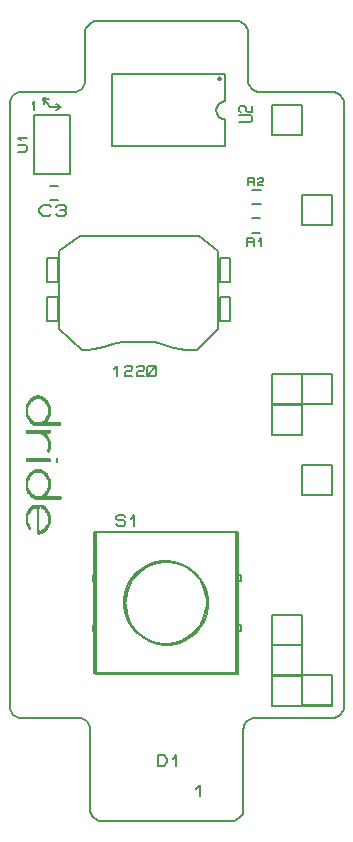
<source format=gbr>
G04 PROTEUS RS274X GERBER FILE*
%FSLAX45Y45*%
%MOMM*%
G01*
%ADD71C,0.203200*%
%ADD20C,0.063500*%
D71*
X+378100Y-1604050D02*
X+376987Y-1576165D01*
X+367955Y-1520394D01*
X+349130Y-1464623D01*
X+318613Y-1408852D01*
X+272106Y-1353130D01*
X+216335Y-1308978D01*
X+160564Y-1280085D01*
X+104793Y-1262556D01*
X+49022Y-1254676D01*
X+28100Y-1254050D01*
X-321900Y-1604050D02*
X-320787Y-1576165D01*
X-311755Y-1520394D01*
X-292930Y-1464623D01*
X-262413Y-1408852D01*
X-215906Y-1353130D01*
X-160135Y-1308978D01*
X-104364Y-1280085D01*
X-48593Y-1262556D01*
X+7178Y-1254676D01*
X+28100Y-1254050D01*
X-321900Y-1604050D02*
X-320787Y-1631935D01*
X-311755Y-1687706D01*
X-292930Y-1743477D01*
X-262413Y-1799248D01*
X-215906Y-1854970D01*
X-160135Y-1899122D01*
X-104364Y-1928015D01*
X-48593Y-1945544D01*
X+7178Y-1953424D01*
X+28100Y-1954050D01*
X+378100Y-1604050D02*
X+376987Y-1631935D01*
X+367955Y-1687706D01*
X+349130Y-1743477D01*
X+318613Y-1799248D01*
X+272106Y-1854970D01*
X+216335Y-1899122D01*
X+160564Y-1928015D01*
X+104793Y-1945544D01*
X+49022Y-1953424D01*
X+28100Y-1954050D01*
X-571900Y-2204050D02*
X+628100Y-2204050D01*
X-571900Y-1004050D02*
X-571900Y-2204050D01*
X+628100Y-2204050D02*
X+628100Y-1004050D01*
X-571900Y-1004050D01*
X+831340Y+1526580D02*
X+762760Y+1526580D01*
X+831340Y+1648500D02*
X+760220Y+1648500D01*
X+723031Y+1417040D02*
X+723031Y+1478000D01*
X+770656Y+1478000D01*
X+780181Y+1467840D01*
X+780181Y+1457680D01*
X+770656Y+1447520D01*
X+723031Y+1447520D01*
X+770656Y+1447520D02*
X+780181Y+1437360D01*
X+780181Y+1417040D01*
X+818281Y+1457680D02*
X+837331Y+1478000D01*
X+837331Y+1417040D01*
X+834240Y+1766580D02*
X+765660Y+1766580D01*
X+834240Y+1888500D02*
X+763120Y+1888500D01*
X+725021Y+1927640D02*
X+725021Y+1988600D01*
X+772646Y+1988600D01*
X+782171Y+1978440D01*
X+782171Y+1968280D01*
X+772646Y+1958120D01*
X+725021Y+1958120D01*
X+772646Y+1958120D02*
X+782171Y+1947960D01*
X+782171Y+1927640D01*
X+810746Y+1978440D02*
X+820271Y+1988600D01*
X+848846Y+1988600D01*
X+858371Y+1978440D01*
X+858371Y+1968280D01*
X+848846Y+1958120D01*
X+820271Y+1958120D01*
X+810746Y+1947960D01*
X+810746Y+1927640D01*
X+858371Y+1927640D01*
X+291950Y-3182360D02*
X+323700Y-3151880D01*
X+323700Y-3243320D01*
X+390800Y-1610945D02*
X+389687Y-1583060D01*
X+380655Y-1527289D01*
X+361830Y-1471518D01*
X+331313Y-1415747D01*
X+284806Y-1360025D01*
X+229035Y-1315873D01*
X+173264Y-1286980D01*
X+117493Y-1269451D01*
X+61722Y-1261571D01*
X+40800Y-1260945D01*
X-309200Y-1610945D02*
X-308087Y-1583060D01*
X-299055Y-1527289D01*
X-280230Y-1471518D01*
X-249713Y-1415747D01*
X-203206Y-1360025D01*
X-147435Y-1315873D01*
X-91664Y-1286980D01*
X-35893Y-1269451D01*
X+19878Y-1261571D01*
X+40800Y-1260945D01*
X-309200Y-1610945D02*
X-308087Y-1638830D01*
X-299055Y-1694601D01*
X-280230Y-1750372D01*
X-249713Y-1806143D01*
X-203206Y-1861865D01*
X-147435Y-1906017D01*
X-91664Y-1934910D01*
X-35893Y-1952439D01*
X+19878Y-1960319D01*
X+40800Y-1960945D01*
X+390800Y-1610945D02*
X+389687Y-1638830D01*
X+380655Y-1694601D01*
X+361830Y-1750372D01*
X+331313Y-1806143D01*
X+284806Y-1861865D01*
X+229035Y-1906017D01*
X+173264Y-1934910D01*
X+117493Y-1952439D01*
X+61722Y-1960319D01*
X+40800Y-1960945D01*
X-559200Y-2210945D02*
X+640800Y-2210945D01*
X+640800Y-1010945D01*
X-559200Y-1010945D02*
X-559200Y-2210945D01*
X+640800Y-1010945D02*
X-559200Y-1010945D01*
X-692300Y+1501400D02*
X+311000Y+1501400D01*
X-692300Y+1501400D02*
X-870100Y+1374400D01*
X+311000Y+1501400D02*
X+476100Y+1374400D01*
X-870100Y+1374400D02*
X-870100Y+714000D01*
X+476100Y+1374400D02*
X+476100Y+714000D01*
X-971700Y+1107700D02*
X-882800Y+1107700D01*
X-882800Y+1310900D01*
X-971700Y+1310900D01*
X-971700Y+1107700D01*
X-971700Y+777500D02*
X-882800Y+777500D01*
X-882800Y+980700D01*
X-971700Y+980700D01*
X-971700Y+777500D01*
X+488800Y+1107700D02*
X+577700Y+1107700D01*
X+577700Y+1310900D01*
X+488800Y+1310900D01*
X+488800Y+1107700D01*
X+488800Y+777500D02*
X+577700Y+777500D01*
X+577700Y+980700D01*
X+488800Y+980700D01*
X+488800Y+777500D01*
X+476100Y+714000D02*
X+298300Y+536200D01*
X-870100Y+714000D02*
X-679600Y+536200D01*
X-624822Y+534664D01*
X-575346Y+538643D01*
X-530223Y+546734D01*
X-488504Y+557532D01*
X-411486Y+581629D01*
X-336700Y+599700D01*
X+298300Y+536200D02*
X+246142Y+530952D01*
X+196551Y+533062D01*
X+149118Y+540735D01*
X+103434Y+552174D01*
X+15675Y+579174D01*
X-27218Y+591144D01*
X-70000Y+599700D01*
X-336700Y+599700D02*
X-70000Y+599700D01*
D20*
X-1154460Y-922147D02*
X-1154460Y-866267D01*
X-1154460Y-632587D02*
X-1154460Y-571627D01*
X-1154460Y-409067D02*
X-1154460Y-388747D01*
X-1154460Y-160147D02*
X-1154460Y-149987D01*
X-1154460Y-2667D02*
X-1154460Y+53213D01*
X-1149380Y-942467D02*
X-1149380Y-845947D01*
X-1149380Y-652907D02*
X-1149380Y-551307D01*
X-1149380Y-409067D02*
X-1149380Y-383667D01*
X-1149380Y-170307D02*
X-1149380Y-144907D01*
X-1149380Y-22987D02*
X-1149380Y+73533D01*
X-1144300Y-957707D02*
X-1144300Y-830707D01*
X-1144300Y-668147D02*
X-1144300Y-536067D01*
X-1144300Y-409067D02*
X-1144300Y-383667D01*
X-1144300Y-170307D02*
X-1144300Y-144907D01*
X-1144300Y-38227D02*
X-1144300Y+83693D01*
X-1139220Y-957707D02*
X-1139220Y-825627D01*
X-1139220Y-673227D02*
X-1139220Y-530987D01*
X-1139220Y-409067D02*
X-1139220Y-383667D01*
X-1139220Y-170307D02*
X-1139220Y-144907D01*
X-1139220Y-43307D02*
X-1139220Y+88773D01*
X-1134140Y-972947D02*
X-1134140Y-927227D01*
X-1134140Y-856107D02*
X-1134140Y-815467D01*
X-1134140Y-678307D02*
X-1134140Y-632587D01*
X-1134140Y-566547D02*
X-1134140Y-525907D01*
X-1134140Y-409067D02*
X-1134140Y-383667D01*
X-1134140Y-170307D02*
X-1134140Y-144907D01*
X-1134140Y-53467D02*
X-1134140Y-12827D01*
X-1134140Y+58293D02*
X-1134140Y+104013D01*
X-1129060Y-978027D02*
X-1129060Y-942467D01*
X-1129060Y-845947D02*
X-1129060Y-805307D01*
X-1129060Y-683387D02*
X-1129060Y-647827D01*
X-1129060Y-556387D02*
X-1129060Y-520827D01*
X-1129060Y-409067D02*
X-1129060Y-383667D01*
X-1129060Y-170307D02*
X-1129060Y-144907D01*
X-1129060Y-63627D02*
X-1129060Y-22987D01*
X-1129060Y+73533D02*
X-1129060Y+109093D01*
X-1123980Y-978027D02*
X-1123980Y-947547D01*
X-1123980Y-840867D02*
X-1123980Y-800227D01*
X-1123980Y-688467D02*
X-1123980Y-652907D01*
X-1123980Y-551307D02*
X-1123980Y-510667D01*
X-1123980Y-409067D02*
X-1123980Y-383667D01*
X-1123980Y-170307D02*
X-1123980Y-144907D01*
X-1123980Y-68707D02*
X-1123980Y-28067D01*
X-1123980Y+78613D02*
X-1123980Y+114173D01*
X-1118900Y-978027D02*
X-1118900Y-962787D01*
X-1118900Y-835787D02*
X-1118900Y-795147D01*
X-1118900Y-698627D02*
X-1118900Y-663067D01*
X-1118900Y-536067D02*
X-1118900Y-505587D01*
X-1118900Y-409067D02*
X-1118900Y-383667D01*
X-1118900Y-170307D02*
X-1118900Y-144907D01*
X-1118900Y-73787D02*
X-1118900Y-38227D01*
X-1118900Y+83693D02*
X-1118900Y+124333D01*
X-1113820Y-825627D02*
X-1113820Y-795147D01*
X-1113820Y-703707D02*
X-1113820Y-673227D01*
X-1113820Y-530987D02*
X-1113820Y-500507D01*
X-1113820Y-409067D02*
X-1113820Y-383667D01*
X-1113820Y-170307D02*
X-1113820Y-144907D01*
X-1113820Y-83947D02*
X-1113820Y-48387D01*
X-1113820Y+98933D02*
X-1113820Y+129413D01*
X-1108740Y-820547D02*
X-1108740Y-790067D01*
X-1108740Y-708787D02*
X-1108740Y-678307D01*
X-1108740Y-525907D02*
X-1108740Y-495427D01*
X-1108740Y-409067D02*
X-1108740Y-383667D01*
X-1108740Y-170307D02*
X-1108740Y-144907D01*
X-1108740Y-83947D02*
X-1108740Y-48387D01*
X-1108740Y+98933D02*
X-1108740Y+129413D01*
X-1103660Y-815467D02*
X-1103660Y-784987D01*
X-1103660Y-708787D02*
X-1103660Y-683387D01*
X-1103660Y-515747D02*
X-1103660Y-490347D01*
X-1103660Y-409067D02*
X-1103660Y-383667D01*
X-1103660Y-170307D02*
X-1103660Y-144907D01*
X-1103660Y-83947D02*
X-1103660Y-58547D01*
X-1103660Y+104013D02*
X-1103660Y+134493D01*
X-1098580Y-805307D02*
X-1098580Y-779907D01*
X-1098580Y-713867D02*
X-1098580Y-683387D01*
X-1098580Y-510667D02*
X-1098580Y-490347D01*
X-1098580Y-409067D02*
X-1098580Y-383667D01*
X-1098580Y-170307D02*
X-1098580Y-144907D01*
X-1098580Y-89027D02*
X-1098580Y-63627D01*
X-1098580Y+109093D02*
X-1098580Y+139573D01*
X-1093500Y-805307D02*
X-1093500Y-779907D01*
X-1093500Y-718947D02*
X-1093500Y-688467D01*
X-1093500Y-510667D02*
X-1093500Y-485267D01*
X-1093500Y-409067D02*
X-1093500Y-383667D01*
X-1093500Y-170307D02*
X-1093500Y-144907D01*
X-1093500Y-89027D02*
X-1093500Y-68707D01*
X-1093500Y+114173D02*
X-1093500Y+139573D01*
X-1088420Y-805307D02*
X-1088420Y-779907D01*
X-1088420Y-718947D02*
X-1088420Y-693547D01*
X-1088420Y-505587D02*
X-1088420Y-485267D01*
X-1088420Y-409067D02*
X-1088420Y-383667D01*
X-1088420Y-170307D02*
X-1088420Y-144907D01*
X-1088420Y-99187D02*
X-1088420Y-73787D01*
X-1088420Y+119253D02*
X-1088420Y+144653D01*
X-1083340Y-800227D02*
X-1083340Y-774827D01*
X-1083340Y-718947D02*
X-1083340Y-693547D01*
X-1083340Y-500507D02*
X-1083340Y-485267D01*
X-1083340Y-409067D02*
X-1083340Y-383667D01*
X-1083340Y-170307D02*
X-1083340Y-144907D01*
X-1083340Y-99187D02*
X-1083340Y-73787D01*
X-1083340Y+119253D02*
X-1083340Y+144653D01*
X-1078260Y-800227D02*
X-1078260Y-774827D01*
X-1078260Y-724027D02*
X-1078260Y-698627D01*
X-1078260Y-500507D02*
X-1078260Y-475107D01*
X-1078260Y-409067D02*
X-1078260Y-383667D01*
X-1078260Y-170307D02*
X-1078260Y-144907D01*
X-1078260Y-99187D02*
X-1078260Y-73787D01*
X-1078260Y+119253D02*
X-1078260Y+144653D01*
X-1073180Y-800227D02*
X-1073180Y-774827D01*
X-1073180Y-724027D02*
X-1073180Y-698627D01*
X-1073180Y-500507D02*
X-1073180Y-475107D01*
X-1073180Y-409067D02*
X-1073180Y-383667D01*
X-1073180Y-170307D02*
X-1073180Y-144907D01*
X-1073180Y-99187D02*
X-1073180Y-78867D01*
X-1073180Y+124333D02*
X-1073180Y+144653D01*
X-1068100Y-800227D02*
X-1068100Y-774827D01*
X-1068100Y-724027D02*
X-1068100Y-698627D01*
X-1068100Y-500507D02*
X-1068100Y-475107D01*
X-1068100Y-409067D02*
X-1068100Y-383667D01*
X-1068100Y-170307D02*
X-1068100Y-144907D01*
X-1068100Y-99187D02*
X-1068100Y-78867D01*
X-1068100Y+124333D02*
X-1068100Y+144653D01*
X-1063020Y-800227D02*
X-1063020Y-774827D01*
X-1063020Y-724027D02*
X-1063020Y-698627D01*
X-1063020Y-500507D02*
X-1063020Y-475107D01*
X-1063020Y-409067D02*
X-1063020Y-383667D01*
X-1063020Y-170307D02*
X-1063020Y-144907D01*
X-1063020Y-104267D02*
X-1063020Y-78867D01*
X-1063020Y+124333D02*
X-1063020Y+149733D01*
X-1057940Y-1013587D02*
X-1057940Y-774827D01*
X-1057940Y-724027D02*
X-1057940Y-698627D01*
X-1057940Y-500507D02*
X-1057940Y-475107D01*
X-1057940Y-409067D02*
X-1057940Y-383667D01*
X-1057940Y-170307D02*
X-1057940Y-144907D01*
X-1057940Y-104267D02*
X-1057940Y-78867D01*
X-1057940Y+124333D02*
X-1057940Y+149733D01*
X-1052860Y-1023747D02*
X-1052860Y-774827D01*
X-1052860Y-724027D02*
X-1052860Y-698627D01*
X-1052860Y-500507D02*
X-1052860Y-475107D01*
X-1052860Y-409067D02*
X-1052860Y-383667D01*
X-1052860Y-170307D02*
X-1052860Y-144907D01*
X-1052860Y-104267D02*
X-1052860Y-78867D01*
X-1052860Y+124333D02*
X-1052860Y+149733D01*
X-1047780Y-1023747D02*
X-1047780Y-774827D01*
X-1047780Y-724027D02*
X-1047780Y-698627D01*
X-1047780Y-500507D02*
X-1047780Y-475107D01*
X-1047780Y-409067D02*
X-1047780Y-383667D01*
X-1047780Y-170307D02*
X-1047780Y-144907D01*
X-1047780Y-104267D02*
X-1047780Y-78867D01*
X-1047780Y+124333D02*
X-1047780Y+149733D01*
X-1042700Y-1023747D02*
X-1042700Y-988187D01*
X-1042700Y-800227D02*
X-1042700Y-774827D01*
X-1042700Y-724027D02*
X-1042700Y-698627D01*
X-1042700Y-500507D02*
X-1042700Y-475107D01*
X-1042700Y-409067D02*
X-1042700Y-383667D01*
X-1042700Y-170307D02*
X-1042700Y-144907D01*
X-1042700Y-104267D02*
X-1042700Y-78867D01*
X-1042700Y+124333D02*
X-1042700Y+149733D01*
X-1037620Y-1023747D02*
X-1037620Y-993267D01*
X-1037620Y-790067D02*
X-1037620Y-774827D01*
X-1037620Y-724027D02*
X-1037620Y-698627D01*
X-1037620Y-500507D02*
X-1037620Y-475107D01*
X-1037620Y-409067D02*
X-1037620Y-383667D01*
X-1037620Y-170307D02*
X-1037620Y-144907D01*
X-1037620Y-104267D02*
X-1037620Y-78867D01*
X-1037620Y+124333D02*
X-1037620Y+144653D01*
X-1032540Y-1018667D02*
X-1032540Y-998347D01*
X-1032540Y-790067D02*
X-1032540Y-774827D01*
X-1032540Y-724027D02*
X-1032540Y-698627D01*
X-1032540Y-500507D02*
X-1032540Y-475107D01*
X-1032540Y-409067D02*
X-1032540Y-383667D01*
X-1032540Y-170307D02*
X-1032540Y-144907D01*
X-1032540Y-104267D02*
X-1032540Y-78867D01*
X-1032540Y+124333D02*
X-1032540Y+144653D01*
X-1027460Y-1013587D02*
X-1027460Y-993267D01*
X-1027460Y-800227D02*
X-1027460Y-774827D01*
X-1027460Y-724027D02*
X-1027460Y-698627D01*
X-1027460Y-500507D02*
X-1027460Y-475107D01*
X-1027460Y-409067D02*
X-1027460Y-383667D01*
X-1027460Y-170307D02*
X-1027460Y-144907D01*
X-1027460Y-104267D02*
X-1027460Y-73787D01*
X-1027460Y+119253D02*
X-1027460Y+144653D01*
X-1022380Y-1013587D02*
X-1022380Y-988187D01*
X-1022380Y-800227D02*
X-1022380Y-774827D01*
X-1022380Y-724027D02*
X-1022380Y-698627D01*
X-1022380Y-500507D02*
X-1022380Y-475107D01*
X-1022380Y-409067D02*
X-1022380Y-383667D01*
X-1022380Y-175387D02*
X-1022380Y-144907D01*
X-1022380Y-104267D02*
X-1022380Y-73787D01*
X-1022380Y+119253D02*
X-1022380Y+144653D01*
X-1017300Y-1013587D02*
X-1017300Y-988187D01*
X-1017300Y-805307D02*
X-1017300Y-774827D01*
X-1017300Y-724027D02*
X-1017300Y-693547D01*
X-1017300Y-510667D02*
X-1017300Y-485267D01*
X-1017300Y-409067D02*
X-1017300Y-383667D01*
X-1017300Y-175387D02*
X-1017300Y-144907D01*
X-1017300Y-104267D02*
X-1017300Y-73787D01*
X-1017300Y+119253D02*
X-1017300Y+144653D01*
X-1012220Y-1013587D02*
X-1012220Y-983107D01*
X-1012220Y-805307D02*
X-1012220Y-779907D01*
X-1012220Y-724027D02*
X-1012220Y-693547D01*
X-1012220Y-510667D02*
X-1012220Y-485267D01*
X-1012220Y-409067D02*
X-1012220Y-383667D01*
X-1012220Y-180467D02*
X-1012220Y-144907D01*
X-1012220Y-104267D02*
X-1012220Y-63627D01*
X-1012220Y+114173D02*
X-1012220Y+139573D01*
X-1007140Y-1008507D02*
X-1007140Y-983107D01*
X-1007140Y-810387D02*
X-1007140Y-779907D01*
X-1007140Y-724027D02*
X-1007140Y-688467D01*
X-1007140Y-510667D02*
X-1007140Y-490347D01*
X-1007140Y-409067D02*
X-1007140Y-383667D01*
X-1007140Y-185547D02*
X-1007140Y-144907D01*
X-1007140Y-104267D02*
X-1007140Y-63627D01*
X-1007140Y+109093D02*
X-1007140Y+139573D01*
X-1002060Y-1003427D02*
X-1002060Y-978027D01*
X-1002060Y-810387D02*
X-1002060Y-784987D01*
X-1002060Y-724027D02*
X-1002060Y-683387D01*
X-1002060Y-520827D02*
X-1002060Y-490347D01*
X-1002060Y-409067D02*
X-1002060Y-383667D01*
X-1002060Y-185547D02*
X-1002060Y-144907D01*
X-1002060Y-104267D02*
X-1002060Y-63627D01*
X-1002060Y+104013D02*
X-1002060Y+129413D01*
X-996980Y-998347D02*
X-996980Y-972947D01*
X-996980Y-815467D02*
X-996980Y-784987D01*
X-996980Y-724027D02*
X-996980Y-678307D01*
X-996980Y-525907D02*
X-996980Y-495427D01*
X-996980Y-409067D02*
X-996980Y-383667D01*
X-996980Y-190627D02*
X-996980Y-144907D01*
X-996980Y-104267D02*
X-996980Y-58547D01*
X-996980Y+104013D02*
X-996980Y+129413D01*
X-991900Y-998347D02*
X-991900Y-967867D01*
X-991900Y-820547D02*
X-991900Y-790067D01*
X-991900Y-724027D02*
X-991900Y-673227D01*
X-991900Y-530987D02*
X-991900Y-500507D01*
X-991900Y-409067D02*
X-991900Y-383667D01*
X-991900Y-200787D02*
X-991900Y-144907D01*
X-991900Y-104267D02*
X-991900Y-48387D01*
X-991900Y+98933D02*
X-991900Y+129413D01*
X-986820Y-993267D02*
X-986820Y-957707D01*
X-986820Y-835787D02*
X-986820Y-795147D01*
X-986820Y-724027D02*
X-986820Y-663067D01*
X-986820Y-536067D02*
X-986820Y-505587D01*
X-986820Y-409067D02*
X-986820Y-383667D01*
X-986820Y-205867D02*
X-986820Y-144907D01*
X-986820Y-104267D02*
X-986820Y-43307D01*
X-986820Y+88773D02*
X-986820Y+124333D01*
X-981740Y-988187D02*
X-981740Y-947547D01*
X-981740Y-840867D02*
X-981740Y-800227D01*
X-981740Y-724027D02*
X-981740Y-657987D01*
X-981740Y-546227D02*
X-981740Y-505587D01*
X-981740Y-409067D02*
X-981740Y-383667D01*
X-981740Y-210947D02*
X-981740Y-180467D01*
X-981740Y-170307D02*
X-981740Y-144907D01*
X-981740Y-104267D02*
X-981740Y-78867D01*
X-981740Y-68707D02*
X-981740Y-28067D01*
X-981740Y+78613D02*
X-981740Y+114173D01*
X-976660Y-978027D02*
X-976660Y-942467D01*
X-976660Y-856107D02*
X-976660Y-810387D01*
X-976660Y-724027D02*
X-976660Y-698627D01*
X-976660Y-688467D02*
X-976660Y-642747D01*
X-976660Y-556387D02*
X-976660Y-510667D01*
X-976660Y-409067D02*
X-976660Y-383667D01*
X-976660Y-317627D02*
X-976660Y-312547D01*
X-976660Y-226187D02*
X-976660Y-185547D01*
X-976660Y-170307D02*
X-976660Y-144907D01*
X-976660Y-104267D02*
X-976660Y-78867D01*
X-976660Y-63627D02*
X-976660Y-17907D01*
X-976660Y+63373D02*
X-976660Y+109093D01*
X-971580Y-972947D02*
X-971580Y-937387D01*
X-971580Y-861187D02*
X-971580Y-815467D01*
X-971580Y-724027D02*
X-971580Y-698627D01*
X-971580Y-678307D02*
X-971580Y-637667D01*
X-971580Y-561467D02*
X-971580Y-520827D01*
X-971580Y-409067D02*
X-971580Y-383667D01*
X-971580Y-322707D02*
X-971580Y-307467D01*
X-971580Y-231267D02*
X-971580Y-195707D01*
X-971580Y-170307D02*
X-971580Y-144907D01*
X-971580Y-104267D02*
X-971580Y-78867D01*
X-971580Y-53467D02*
X-971580Y-12827D01*
X-971580Y+58293D02*
X-971580Y+104013D01*
X-966500Y-967867D02*
X-966500Y-901827D01*
X-966500Y-886587D02*
X-966500Y-830707D01*
X-966500Y-724027D02*
X-966500Y-698627D01*
X-966500Y-668147D02*
X-966500Y-612267D01*
X-966500Y-591947D02*
X-966500Y-530987D01*
X-966500Y-409067D02*
X-966500Y-383667D01*
X-966500Y-327787D02*
X-966500Y-282067D01*
X-966500Y-266827D02*
X-966500Y-200787D01*
X-966500Y-170307D02*
X-966500Y-144907D01*
X-966500Y-104267D02*
X-966500Y-78867D01*
X-966500Y-48387D02*
X-966500Y+17653D01*
X-966500Y+32893D02*
X-966500Y+93853D01*
X-961420Y-952627D02*
X-961420Y-835787D01*
X-961420Y-724027D02*
X-961420Y-698627D01*
X-961420Y-657987D02*
X-961420Y-546227D01*
X-961420Y-409067D02*
X-961420Y-383667D01*
X-961420Y-322707D02*
X-961420Y-210947D01*
X-961420Y-170307D02*
X-961420Y-144907D01*
X-961420Y-104267D02*
X-961420Y-78867D01*
X-961420Y-38227D02*
X-961420Y+83693D01*
X-956340Y-947547D02*
X-956340Y-840867D01*
X-956340Y-724027D02*
X-956340Y-698627D01*
X-956340Y-652907D02*
X-956340Y-551307D01*
X-956340Y-409067D02*
X-956340Y-383667D01*
X-956340Y-317627D02*
X-956340Y-216027D01*
X-956340Y-170307D02*
X-956340Y-144907D01*
X-956340Y-104267D02*
X-956340Y-78867D01*
X-956340Y-33147D02*
X-956340Y+78613D01*
X-951260Y-932307D02*
X-951260Y-861187D01*
X-951260Y-724027D02*
X-951260Y-698627D01*
X-951260Y-637667D02*
X-951260Y-561467D01*
X-951260Y-409067D02*
X-951260Y-388747D01*
X-951260Y-307467D02*
X-951260Y-236347D01*
X-951260Y-160147D02*
X-951260Y-144907D01*
X-951260Y-104267D02*
X-951260Y-78867D01*
X-951260Y-12827D02*
X-951260Y+58293D01*
X-946180Y-724027D02*
X-946180Y-698627D01*
X-946180Y-104267D02*
X-946180Y-78867D01*
X-941100Y-724027D02*
X-941100Y-698627D01*
X-941100Y-104267D02*
X-941100Y-78867D01*
X-936020Y-724027D02*
X-936020Y-698627D01*
X-936020Y-104267D02*
X-936020Y-78867D01*
X-930940Y-724027D02*
X-930940Y-698627D01*
X-930940Y-104267D02*
X-930940Y-78867D01*
X-925860Y-724027D02*
X-925860Y-698627D01*
X-925860Y-104267D02*
X-925860Y-78867D01*
X-920780Y-724027D02*
X-920780Y-698627D01*
X-920780Y-104267D02*
X-920780Y-78867D01*
X-915700Y-724027D02*
X-915700Y-698627D01*
X-915700Y-104267D02*
X-915700Y-78867D01*
X-910620Y-724027D02*
X-910620Y-698627D01*
X-910620Y-104267D02*
X-910620Y-78867D01*
X-905540Y-724027D02*
X-905540Y-698627D01*
X-905540Y-104267D02*
X-905540Y-78867D01*
X-900460Y-724027D02*
X-900460Y-698627D01*
X-900460Y-409067D02*
X-900460Y-383667D01*
X-900460Y-104267D02*
X-900460Y-78867D01*
X-895380Y-724027D02*
X-895380Y-698627D01*
X-895380Y-414147D02*
X-895380Y-383667D01*
X-895380Y-104267D02*
X-895380Y-78867D01*
X-890300Y-724027D02*
X-890300Y-698627D01*
X-890300Y-414147D02*
X-890300Y-383667D01*
X-890300Y-104267D02*
X-890300Y-78867D01*
X-885220Y-724027D02*
X-885220Y-698627D01*
X-885220Y-409067D02*
X-885220Y-383667D01*
X-885220Y-104267D02*
X-885220Y-78867D01*
X-880140Y-724027D02*
X-880140Y-698627D01*
X-880140Y-104267D02*
X-880140Y-78867D01*
X-875060Y-724027D02*
X-875060Y-698627D01*
X-875060Y-104267D02*
X-875060Y-78867D01*
X-869980Y-724027D02*
X-869980Y-698627D01*
X-869980Y-104267D02*
X-869980Y-78867D01*
X-864900Y-724027D02*
X-864900Y-703707D01*
X-864900Y-99187D02*
X-864900Y-78867D01*
X-859820Y-724027D02*
X-859820Y-708787D01*
X-854740Y-718947D02*
X-854740Y-713867D01*
D71*
X-34479Y-2988468D02*
X-34479Y-2897028D01*
X+16321Y-2897028D01*
X+41721Y-2927508D01*
X+41721Y-2957988D01*
X+16321Y-2988468D01*
X-34479Y-2988468D01*
X+92521Y-2927508D02*
X+117921Y-2897028D01*
X+117921Y-2988468D01*
X-386891Y-939080D02*
X-374191Y-954320D01*
X-323391Y-954320D01*
X-310691Y-939080D01*
X-310691Y-923840D01*
X-323391Y-908600D01*
X-374191Y-908600D01*
X-386891Y-893360D01*
X-386891Y-878120D01*
X-374191Y-862880D01*
X-323391Y-862880D01*
X-310691Y-878120D01*
X-259891Y-893360D02*
X-234491Y-862880D01*
X-234491Y-954320D01*
X-402500Y+371819D02*
X-377100Y+402299D01*
X-377100Y+310859D01*
X-313600Y+387059D02*
X-300900Y+402299D01*
X-262800Y+402299D01*
X-250100Y+387059D01*
X-250100Y+371819D01*
X-262800Y+356579D01*
X-300900Y+356579D01*
X-313600Y+341339D01*
X-313600Y+310859D01*
X-250100Y+310859D01*
X-212000Y+387059D02*
X-199300Y+402299D01*
X-161200Y+402299D01*
X-148500Y+387059D01*
X-148500Y+371819D01*
X-161200Y+356579D01*
X-199300Y+356579D01*
X-212000Y+341339D01*
X-212000Y+310859D01*
X-148500Y+310859D01*
X-123100Y+326099D02*
X-123100Y+387059D01*
X-110400Y+402299D01*
X-59600Y+402299D01*
X-46900Y+387059D01*
X-46900Y+326099D01*
X-59600Y+310859D01*
X-110400Y+310859D01*
X-123100Y+326099D01*
X-123100Y+310859D02*
X-46900Y+402299D01*
X+946000Y-2219700D02*
X+1441300Y-2219700D01*
X+1188000Y-697000D02*
X+1442000Y-697000D01*
X+1442000Y-443000D01*
X+1188000Y-443000D01*
X+1188000Y-697000D01*
X+933000Y-187000D02*
X+1187000Y-187000D01*
X+1187000Y+67000D01*
X+933000Y+67000D01*
X+933000Y-187000D01*
X+933000Y-2222000D02*
X+1187000Y-2222000D01*
X+1187000Y-1968000D01*
X+933000Y-1968000D01*
X+933000Y-2222000D01*
X+933000Y-1967000D02*
X+1187000Y-1967000D01*
X+1187000Y-1713000D01*
X+933000Y-1713000D01*
X+933000Y-1967000D01*
X+933000Y-2477000D02*
X+1187000Y-2477000D01*
X+1187000Y-2223000D01*
X+933000Y-2223000D01*
X+933000Y-2477000D01*
X+933000Y+2353000D02*
X+1187000Y+2353000D01*
X+1187000Y+2607000D01*
X+933000Y+2607000D01*
X+933000Y+2353000D01*
X+1188000Y+1588000D02*
X+1442000Y+1588000D01*
X+1442000Y+1842000D01*
X+1188000Y+1842000D01*
X+1188000Y+1588000D01*
X+1187300Y-2473700D02*
X+1441300Y-2473700D01*
X+1441300Y-2219700D01*
X+1187300Y-2219700D01*
X+1187300Y-2473700D01*
X-1079500Y+2021300D02*
X-779500Y+2021300D01*
X-779500Y+2521300D01*
X-1079500Y+2521300D01*
X-1079500Y+2021300D01*
X-1222605Y+2214100D02*
X-1159105Y+2214100D01*
X-1146405Y+2223625D01*
X-1146405Y+2261725D01*
X-1159105Y+2271250D01*
X-1222605Y+2271250D01*
X-1197205Y+2309350D02*
X-1222605Y+2328400D01*
X-1146405Y+2328400D01*
X-946300Y+2593600D02*
X-857400Y+2593600D01*
X-946300Y+2593600D02*
X-997100Y+2657100D01*
X-1009800Y+2669800D02*
X-997100Y+2619000D01*
X-1009800Y+2669800D02*
X-959000Y+2657100D01*
X-895500Y+2619000D02*
X-857400Y+2593600D01*
X-895500Y+2568200D02*
X-857400Y+2593600D01*
X+1440000Y-2477041D02*
X+940000Y-2477041D01*
X-610000Y-3352045D02*
X-608010Y-3372492D01*
X-602285Y-3391400D01*
X-581094Y-3423139D01*
X-549356Y-3444330D01*
X-530447Y-3450055D01*
X-510000Y-3452045D01*
X-610000Y-3352045D02*
X-610000Y-2682045D01*
X-611990Y-2661598D01*
X-617715Y-2642690D01*
X-638906Y-2610951D01*
X-670644Y-2589760D01*
X-689553Y-2584035D01*
X-710000Y-2582045D01*
X-1190000Y-2582045D01*
X-1290000Y-2482045D02*
X-1288010Y-2502492D01*
X-1282285Y-2521400D01*
X-1261094Y-2553139D01*
X-1229356Y-2574330D01*
X-1210447Y-2580055D01*
X-1190000Y-2582045D01*
X-1290000Y-2482045D02*
X-1290000Y+2617964D01*
X-1288010Y+2638411D01*
X-1282285Y+2657319D01*
X-1261094Y+2689058D01*
X-1229356Y+2710249D01*
X-1210447Y+2715974D01*
X-1190000Y+2717964D01*
X-750000Y+2717964D01*
X-650000Y+2817964D02*
X-651990Y+2797517D01*
X-657715Y+2778609D01*
X-678906Y+2746870D01*
X-710644Y+2725679D01*
X-729553Y+2719954D01*
X-750000Y+2717964D01*
X-650000Y+2817964D02*
X-650000Y+3218300D01*
X-648010Y+3238747D01*
X-642285Y+3257655D01*
X-621094Y+3289394D01*
X-589356Y+3310585D01*
X-570447Y+3316310D01*
X-550000Y+3318300D01*
X+630000Y+3318300D01*
X+730000Y+3218300D02*
X+728010Y+3238747D01*
X+722285Y+3257655D01*
X+701094Y+3289394D01*
X+669356Y+3310585D01*
X+650447Y+3316310D01*
X+630000Y+3318300D01*
X+730000Y+3218300D02*
X+730000Y+2817964D01*
X+731990Y+2797517D01*
X+737715Y+2778609D01*
X+758906Y+2746870D01*
X+790644Y+2725679D01*
X+809553Y+2719954D01*
X+830000Y+2717964D01*
X+1440000Y+2717964D01*
X+1540000Y+2617964D02*
X+1538010Y+2638411D01*
X+1532285Y+2657319D01*
X+1511094Y+2689058D01*
X+1479356Y+2710249D01*
X+1460447Y+2715974D01*
X+1440000Y+2717964D01*
X+1540000Y+2617964D02*
X+1540000Y-2482045D01*
X+1538010Y-2502492D01*
X+1532285Y-2521400D01*
X+1511094Y-2553139D01*
X+1479356Y-2574330D01*
X+1460447Y-2580055D01*
X+1440000Y-2582045D01*
X+790000Y-2582045D01*
X+690000Y-2682045D02*
X+691990Y-2661598D01*
X+697715Y-2642690D01*
X+718906Y-2610951D01*
X+750644Y-2589760D01*
X+769553Y-2584035D01*
X+790000Y-2582045D01*
X+690000Y-2682045D02*
X+690000Y-3352045D01*
X+688010Y-3372492D01*
X+682285Y-3391400D01*
X+661094Y-3423139D01*
X+629356Y-3444330D01*
X+610447Y-3450055D01*
X+590000Y-3452045D01*
X+302500Y-3452045D01*
X-222500Y-3452045D02*
X-510000Y-3452045D01*
X+302500Y-3452045D02*
X-222500Y-3452045D01*
X+390000Y-1610045D02*
X+388887Y-1582160D01*
X+379855Y-1526389D01*
X+361030Y-1470618D01*
X+330513Y-1414847D01*
X+284006Y-1359125D01*
X+228235Y-1314973D01*
X+172464Y-1286080D01*
X+116693Y-1268551D01*
X+60922Y-1260671D01*
X+40000Y-1260045D01*
X-310000Y-1610045D02*
X-308887Y-1582160D01*
X-299855Y-1526389D01*
X-281030Y-1470618D01*
X-250513Y-1414847D01*
X-204006Y-1359125D01*
X-148235Y-1314973D01*
X-92464Y-1286080D01*
X-36693Y-1268551D01*
X+19078Y-1260671D01*
X+40000Y-1260045D01*
X-310000Y-1610045D02*
X-308887Y-1637930D01*
X-299855Y-1693701D01*
X-281030Y-1749472D01*
X-250513Y-1805243D01*
X-204006Y-1860965D01*
X-148235Y-1905117D01*
X-92464Y-1934010D01*
X-36693Y-1951539D01*
X+19078Y-1959419D01*
X+40000Y-1960045D01*
X+390000Y-1610045D02*
X+388887Y-1637930D01*
X+379855Y-1693701D01*
X+361030Y-1749472D01*
X+330513Y-1805243D01*
X+284006Y-1860965D01*
X+228235Y-1905117D01*
X+172464Y-1934010D01*
X+116693Y-1951539D01*
X+60922Y-1959419D01*
X+40000Y-1960045D01*
X-560000Y-2210045D02*
X+640000Y-2210045D01*
X+640000Y-1010045D01*
X-560000Y-1010045D02*
X-560000Y-2210045D01*
X+640000Y-1010045D02*
X-560000Y-1010045D01*
X+665000Y-1374941D02*
X+665000Y-1424941D01*
X+640000Y-1424941D01*
X+640000Y-1374941D02*
X+665000Y-1374941D01*
X-585000Y-1424941D02*
X-585000Y-1374941D01*
X-560000Y-1424941D02*
X-585000Y-1424941D01*
X-585000Y-1374941D02*
X-560000Y-1374941D01*
X+665000Y-1795149D02*
X+665000Y-1845149D01*
X+640000Y-1845149D01*
X+640000Y-1795149D02*
X+665000Y-1795149D01*
X-560000Y-1845149D02*
X-585000Y-1845149D01*
X-585000Y-1795149D01*
X-560000Y-1795149D01*
X-1092300Y+2619200D02*
X-1079600Y+2644600D01*
X-1079600Y+2568400D01*
X+933000Y+73000D02*
X+1187000Y+73000D01*
X+1187000Y+327000D01*
X+933000Y+327000D01*
X+933000Y+73000D01*
X+1188000Y+73000D02*
X+1442000Y+73000D01*
X+1442000Y+327000D01*
X+1188000Y+327000D01*
X+1188000Y+73000D01*
X+536020Y+2867600D02*
X+536020Y+2639000D01*
X+506031Y+2633121D01*
X+481846Y+2616973D01*
X+465699Y+2592789D01*
X+459820Y+2562800D01*
X+536020Y+2486600D02*
X+506031Y+2492479D01*
X+481846Y+2508627D01*
X+465699Y+2532811D01*
X+459820Y+2562800D01*
X+536020Y+2486600D02*
X+536020Y+2258000D01*
X-419020Y+2791400D02*
X-419020Y+2334200D01*
X+503000Y+2867600D02*
X-386000Y+2867600D01*
X+503000Y+2258000D02*
X-386000Y+2258000D01*
X+503000Y+2867600D02*
X+536020Y+2867600D01*
X+536020Y+2258000D02*
X+503000Y+2258000D01*
X-419020Y+2334200D02*
X-419020Y+2258000D01*
X-386000Y+2258000D01*
X-386000Y+2867600D02*
X-419020Y+2867600D01*
X-419020Y+2791400D01*
X+496904Y+2832040D02*
X+496869Y+2832885D01*
X+496582Y+2834576D01*
X+495983Y+2836267D01*
X+495003Y+2837958D01*
X+493503Y+2839626D01*
X+491812Y+2840846D01*
X+490121Y+2841622D01*
X+488430Y+2842059D01*
X+486744Y+2842200D01*
X+476584Y+2832040D02*
X+476619Y+2832885D01*
X+476906Y+2834576D01*
X+477505Y+2836267D01*
X+478485Y+2837958D01*
X+479985Y+2839626D01*
X+481676Y+2840846D01*
X+483367Y+2841622D01*
X+485058Y+2842059D01*
X+486744Y+2842200D01*
X+476584Y+2832040D02*
X+476619Y+2831195D01*
X+476906Y+2829504D01*
X+477505Y+2827813D01*
X+478485Y+2826122D01*
X+479985Y+2824454D01*
X+481676Y+2823234D01*
X+483367Y+2822458D01*
X+485058Y+2822021D01*
X+486744Y+2821880D01*
X+496904Y+2832040D02*
X+496869Y+2831195D01*
X+496582Y+2829504D01*
X+495983Y+2827813D01*
X+495003Y+2826122D01*
X+493503Y+2824454D01*
X+491812Y+2823234D01*
X+490121Y+2822458D01*
X+488430Y+2822021D01*
X+486744Y+2821880D01*
X+654460Y+2463489D02*
X+743360Y+2463489D01*
X+761140Y+2473014D01*
X+761140Y+2511114D01*
X+743360Y+2520639D01*
X+654460Y+2520639D01*
X+672240Y+2549214D02*
X+654460Y+2558739D01*
X+654460Y+2587314D01*
X+672240Y+2596839D01*
X+690020Y+2596839D01*
X+707800Y+2587314D01*
X+707800Y+2558739D01*
X+725580Y+2549214D01*
X+761140Y+2549214D01*
X+761140Y+2596839D01*
X-878660Y+1801580D02*
X-947240Y+1801580D01*
X-878660Y+1923500D02*
X-949780Y+1923500D01*
X-943430Y+1684740D02*
X-959305Y+1669500D01*
X-1006930Y+1669500D01*
X-1038680Y+1699980D01*
X-1038680Y+1730460D01*
X-1006930Y+1760940D01*
X-959305Y+1760940D01*
X-943430Y+1745700D01*
X-895805Y+1745700D02*
X-879930Y+1760940D01*
X-832305Y+1760940D01*
X-816430Y+1745700D01*
X-816430Y+1730460D01*
X-832305Y+1715220D01*
X-816430Y+1699980D01*
X-816430Y+1684740D01*
X-832305Y+1669500D01*
X-879930Y+1669500D01*
X-895805Y+1684740D01*
X-864055Y+1715220D02*
X-832305Y+1715220D01*
M02*

</source>
